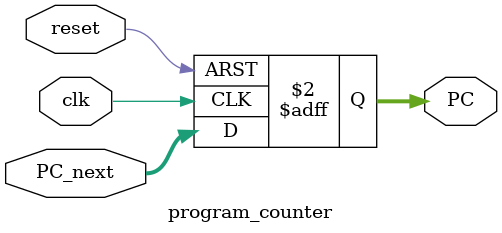
<source format=sv>
module program_counter (
input logic clk,
input logic reset,
input logic [31:0] PC_next,
output logic [31:0] PC
);
always_ff @(posedge clk or posedge reset) begin
if (reset)
PC <= 32'b0;
else
PC <= PC_next;
end
endmodule

</source>
